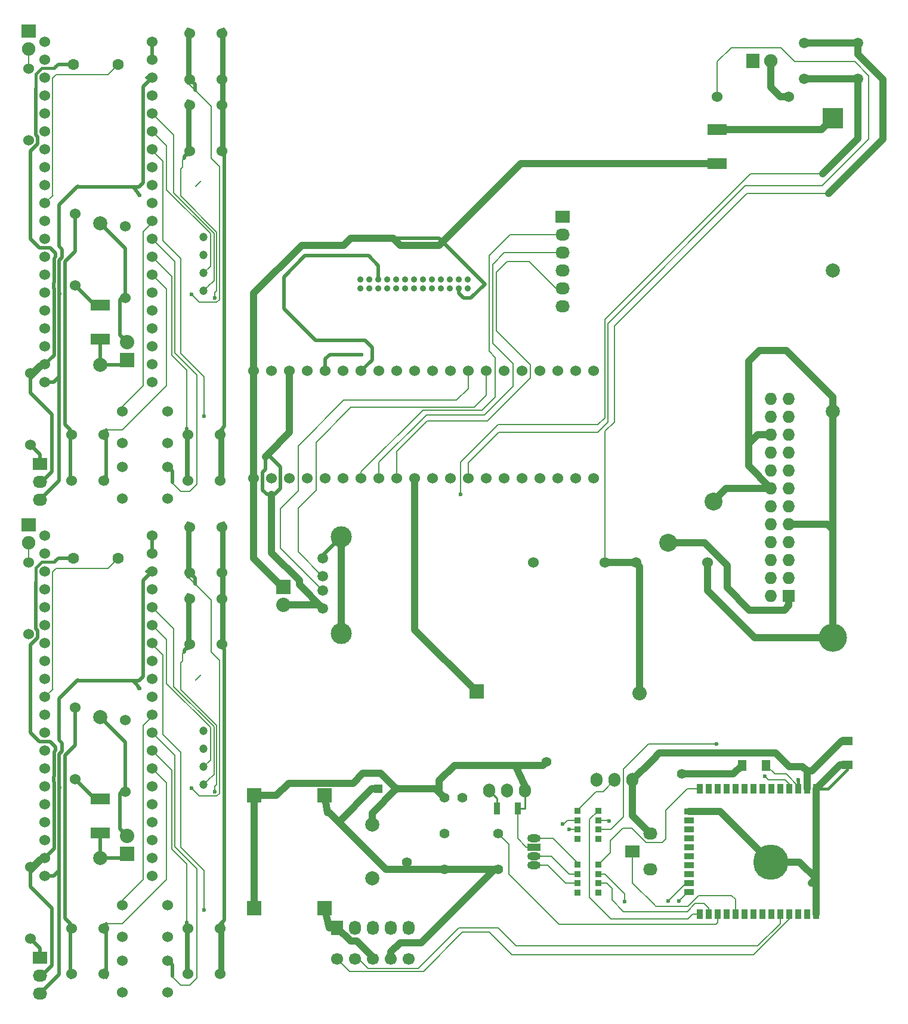
<source format=gbr>
G04 #@! TF.FileFunction,Copper,L1,Top,Signal*
%FSLAX46Y46*%
G04 Gerber Fmt 4.6, Leading zero omitted, Abs format (unit mm)*
G04 Created by KiCad (PCBNEW 4.0.2+dfsg1-stable) date 2017年07月20日 15時33分43秒*
%MOMM*%
G01*
G04 APERTURE LIST*
%ADD10C,0.100000*%
%ADD11C,1.524000*%
%ADD12R,2.700020X1.501140*%
%ADD13R,2.032000X1.727200*%
%ADD14O,2.032000X1.727200*%
%ADD15R,2.000000X1.900000*%
%ADD16C,1.900000*%
%ADD17C,1.200000*%
%ADD18C,1.600200*%
%ADD19C,2.000000*%
%ADD20R,2.032000X2.032000*%
%ADD21O,2.032000X2.032000*%
%ADD22R,3.000000X3.000000*%
%ADD23O,4.000000X4.000000*%
%ADD24R,1.900000X2.000000*%
%ADD25C,1.501140*%
%ADD26C,2.999740*%
%ADD27C,1.500000*%
%ADD28C,0.900000*%
%ADD29R,1.727200X1.727200*%
%ADD30O,1.727200X1.727200*%
%ADD31R,0.900000X0.900000*%
%ADD32R,1.200000X1.600000*%
%ADD33R,1.300000X1.300000*%
%ADD34C,1.300000*%
%ADD35R,1.600000X1.200000*%
%ADD36O,1.700000X2.000000*%
%ADD37R,1.727200X2.032000*%
%ADD38O,1.727200X2.032000*%
%ADD39C,1.700000*%
%ADD40R,0.900000X1.700000*%
%ADD41C,1.397000*%
%ADD42R,2.000000X2.000000*%
%ADD43R,0.900000X1.400000*%
%ADD44R,1.400000X0.900000*%
%ADD45C,5.000000*%
%ADD46O,1.905000X1.117600*%
%ADD47R,1.905000X1.117600*%
%ADD48C,0.600000*%
%ADD49C,1.399540*%
%ADD50C,2.540000*%
%ADD51C,0.203200*%
%ADD52C,0.508000*%
%ADD53C,0.381000*%
%ADD54C,1.016000*%
%ADD55C,0.254000*%
G04 APERTURE END LIST*
D10*
D11*
X64641600Y-38934800D03*
X64641600Y-41474800D03*
X64641600Y-44014800D03*
X64641600Y-46554800D03*
X64641600Y-49094800D03*
X64641600Y-51634800D03*
X64641600Y-54174800D03*
X64641600Y-56714800D03*
X64641600Y-59254800D03*
X64641600Y-61794800D03*
X64641600Y-64334800D03*
X64641600Y-66874800D03*
X64641600Y-69414800D03*
X64641600Y-71954800D03*
X64641600Y-74494800D03*
X64641600Y-77034800D03*
X64641600Y-79574800D03*
X64641600Y-82114800D03*
X64641600Y-84654800D03*
X64641600Y-87194800D03*
X79881600Y-87194800D03*
X79881600Y-84654800D03*
X79881600Y-82114800D03*
X79881600Y-79574800D03*
X79881600Y-77034800D03*
X79881600Y-74494800D03*
X79881600Y-71954800D03*
X79881600Y-69414800D03*
X79881600Y-66874800D03*
X79881600Y-64334800D03*
X79881600Y-61794800D03*
X79881600Y-59254800D03*
X79881600Y-56714800D03*
X79881600Y-54174800D03*
X79881600Y-51634800D03*
X79881600Y-49094800D03*
X79881600Y-46554800D03*
X79881600Y-44014800D03*
X79881600Y-41474800D03*
X79881600Y-38934800D03*
X75615600Y-95794800D03*
X82115600Y-95794800D03*
X82115600Y-91294800D03*
X75615600Y-91294800D03*
X75615600Y-103668800D03*
X82115600Y-103668800D03*
X82115600Y-99168800D03*
X75615600Y-99168800D03*
X89497600Y-101112800D03*
X89497600Y-94612800D03*
X84997600Y-94612800D03*
X84997600Y-101112800D03*
X68487600Y-94612800D03*
X68487600Y-101112800D03*
X72987600Y-101112800D03*
X72987600Y-94612800D03*
X89751600Y-44216800D03*
X89751600Y-37716800D03*
X85251600Y-37716800D03*
X85251600Y-44216800D03*
X89751600Y-54376800D03*
X89751600Y-47876800D03*
X85251600Y-47876800D03*
X85251600Y-54376800D03*
D12*
X72515600Y-81098800D03*
X72515600Y-76272800D03*
D13*
X63955600Y-98784800D03*
D14*
X63955600Y-101324800D03*
X63955600Y-103864800D03*
D15*
X62355600Y-37410800D03*
D16*
X62355600Y-39950800D03*
D17*
X87163600Y-66620800D03*
X87163600Y-69160800D03*
X87163600Y-71700800D03*
X87163600Y-74240800D03*
D18*
X68705600Y-42109800D03*
X75055600Y-42109800D03*
D11*
X76071600Y-65096800D03*
X76071600Y-75256800D03*
X68959600Y-73478800D03*
X68959600Y-63318800D03*
X62355600Y-52904800D03*
X62355600Y-42744800D03*
X62609600Y-96084800D03*
X62609600Y-85924800D03*
D19*
X72515600Y-64684800D03*
X72515600Y-84684800D03*
D20*
X76325600Y-84019800D03*
D21*
X76325600Y-81479800D03*
D22*
X176443600Y-49748800D03*
D23*
X176443600Y-123408800D03*
D19*
X176443600Y-91308800D03*
X176443600Y-71308800D03*
D24*
X165173600Y-41620800D03*
D16*
X167713600Y-41620800D03*
D12*
X160085600Y-51344500D03*
X160085600Y-56145100D03*
D25*
X104083480Y-112131940D03*
X104083480Y-114671940D03*
X104083480Y-116703940D03*
X104083480Y-119243940D03*
D26*
X106750480Y-109083940D03*
X106750480Y-122799940D03*
D13*
X138085600Y-63744800D03*
D14*
X138085600Y-66284800D03*
X138085600Y-68824800D03*
X138085600Y-71364800D03*
X138085600Y-73904800D03*
X138085600Y-76444800D03*
D11*
X160093600Y-46700800D03*
X170253600Y-46700800D03*
X134005600Y-112744800D03*
X144165600Y-112744800D03*
X148505600Y-112744800D03*
X158665600Y-112744800D03*
D27*
X179999600Y-39080800D03*
X179999600Y-44160800D03*
X172379600Y-39080800D03*
X172379600Y-44160800D03*
D20*
X125897600Y-131028800D03*
D21*
X149085600Y-131244800D03*
D28*
X109465600Y-73879800D03*
X109465600Y-72609800D03*
X110735600Y-73879800D03*
X110735600Y-72609800D03*
X112005600Y-73879800D03*
X112005600Y-72609800D03*
X113275600Y-73879800D03*
X113275600Y-72609800D03*
X114545600Y-73879800D03*
X114545600Y-72609800D03*
X115815600Y-73879800D03*
X115815600Y-72609800D03*
X117085600Y-73879800D03*
X117085600Y-72609800D03*
X118355600Y-73879800D03*
X118355600Y-72609800D03*
X119625600Y-73879800D03*
X119625600Y-72609800D03*
X120895600Y-73879800D03*
X120895600Y-72609800D03*
X122165600Y-73879800D03*
X122165600Y-72609800D03*
X123435600Y-73879800D03*
X123435600Y-72609800D03*
X124705600Y-73879800D03*
X124705600Y-72609800D03*
D11*
X142545600Y-85554800D03*
X140005600Y-85554800D03*
X137465600Y-85554800D03*
X134925600Y-85554800D03*
X132385600Y-85554800D03*
X129845600Y-85554800D03*
X127305600Y-85554800D03*
X124765600Y-85554800D03*
X122225600Y-85554800D03*
X119685600Y-85554800D03*
X117145600Y-85554800D03*
X114605600Y-85554800D03*
X112065600Y-85554800D03*
X109525600Y-85554800D03*
X106985600Y-85554800D03*
X104445600Y-85554800D03*
X101905600Y-85554800D03*
X99365600Y-85554800D03*
X96825600Y-85554800D03*
X94285600Y-85554800D03*
X94285600Y-100794800D03*
X96825600Y-100794800D03*
X99365600Y-100794800D03*
X101905600Y-100794800D03*
X104445600Y-100794800D03*
X106985600Y-100794800D03*
X109525600Y-100794800D03*
X112065600Y-100794800D03*
X114605600Y-100794800D03*
X117145600Y-100794800D03*
X119685600Y-100794800D03*
X122225600Y-100794800D03*
X124765600Y-100794800D03*
X127305600Y-100794800D03*
X129845600Y-100794800D03*
X132385600Y-100794800D03*
X134925600Y-100794800D03*
X137465600Y-100794800D03*
X140005600Y-100794800D03*
X142545600Y-100794800D03*
D20*
X98465600Y-116169800D03*
D21*
X98465600Y-118709800D03*
D29*
X170220600Y-117439800D03*
D30*
X167680600Y-117439800D03*
X170220600Y-114899800D03*
X167680600Y-114899800D03*
X170220600Y-112359800D03*
X167680600Y-112359800D03*
X170220600Y-109819800D03*
X167680600Y-109819800D03*
X170220600Y-107279800D03*
X167680600Y-107279800D03*
X170220600Y-104739800D03*
X167680600Y-104739800D03*
X170220600Y-102199800D03*
X167680600Y-102199800D03*
X170220600Y-99659800D03*
X167680600Y-99659800D03*
X170220600Y-97119800D03*
X167680600Y-97119800D03*
X170220600Y-94579800D03*
X167680600Y-94579800D03*
X170220600Y-92039800D03*
X167680600Y-92039800D03*
X170220600Y-89499800D03*
X167680600Y-89499800D03*
D31*
X143215600Y-159554800D03*
X143215600Y-155554800D03*
X143215600Y-158214800D03*
X143215600Y-156894800D03*
X140215600Y-158214800D03*
X140215600Y-159554800D03*
X140215600Y-155554800D03*
X140215600Y-156894800D03*
D32*
X167035600Y-141494800D03*
X163635600Y-141494800D03*
D33*
X111997600Y-144854800D03*
D34*
X114497600Y-144854800D03*
D35*
X178545600Y-138074800D03*
X178545600Y-141474800D03*
D36*
X148065600Y-143584800D03*
X145525600Y-143584800D03*
X142985600Y-143584800D03*
X132825600Y-145108800D03*
X130285600Y-145108800D03*
X127745600Y-145108800D03*
D37*
X106155600Y-164539800D03*
D38*
X108695600Y-164539800D03*
X111235600Y-164539800D03*
X113775600Y-164539800D03*
X116315600Y-164539800D03*
D39*
X116315600Y-168984800D03*
X111235600Y-168984800D03*
X113775600Y-168984800D03*
X108695600Y-168984800D03*
X106155600Y-168984800D03*
D13*
X148065600Y-153744800D03*
D14*
X150605600Y-151204800D03*
X150605600Y-156284800D03*
D40*
X131735600Y-147648800D03*
X128835600Y-147648800D03*
D41*
X121395600Y-146124800D03*
X123935600Y-146124800D03*
D31*
X143215600Y-151934800D03*
X143215600Y-147934800D03*
X143215600Y-150594800D03*
X143215600Y-149274800D03*
X140215600Y-150594800D03*
X140215600Y-151934800D03*
X140215600Y-147934800D03*
X140215600Y-149274800D03*
D19*
X111085600Y-157544640D03*
X111085600Y-149944960D03*
D41*
X129015600Y-151204800D03*
X129015600Y-156284800D03*
X121395600Y-151204800D03*
X121395600Y-156284800D03*
D42*
X104335600Y-145744800D03*
X94335600Y-145744800D03*
X94335600Y-161744800D03*
X104335600Y-161744800D03*
D43*
X174085600Y-144854800D03*
X172815600Y-144854800D03*
X171545600Y-144854800D03*
X170275600Y-144854800D03*
X169005600Y-144854800D03*
X167735600Y-144854800D03*
X166465600Y-144854800D03*
X165195600Y-144854800D03*
X163925600Y-144854800D03*
X162655600Y-144854800D03*
X161385600Y-144854800D03*
X160115600Y-144854800D03*
X158845600Y-144854800D03*
X157575600Y-144854800D03*
D44*
X156051600Y-148029800D03*
X156051600Y-149299800D03*
X156051600Y-150569800D03*
X156051600Y-151839800D03*
X156051600Y-153109800D03*
X156051600Y-154379800D03*
X156051600Y-155649800D03*
X156051600Y-156919800D03*
X156051600Y-158189800D03*
X156051600Y-159459800D03*
D43*
X157575600Y-162634800D03*
X158845600Y-162634800D03*
X160115600Y-162634800D03*
X161385600Y-162634800D03*
X162655600Y-162634800D03*
X163925600Y-162634800D03*
X165195600Y-162634800D03*
X166465600Y-162634800D03*
X167735600Y-162634800D03*
X169005600Y-162634800D03*
X170275600Y-162634800D03*
X171545600Y-162634800D03*
X172815600Y-162634800D03*
X174085600Y-162634800D03*
D45*
X167685600Y-155214800D03*
D46*
X134095600Y-151839800D03*
D47*
X134095600Y-153109800D03*
D46*
X134095600Y-154379800D03*
X134095600Y-155649800D03*
D20*
X76325600Y-154019800D03*
D21*
X76325600Y-151479800D03*
D19*
X72515600Y-134684800D03*
X72515600Y-154684800D03*
D11*
X62609600Y-166084800D03*
X62609600Y-155924800D03*
X62355600Y-122904800D03*
X62355600Y-112744800D03*
X68959600Y-143478800D03*
X68959600Y-133318800D03*
X76071600Y-135096800D03*
X76071600Y-145256800D03*
D18*
X68705600Y-112109800D03*
X75055600Y-112109800D03*
D17*
X87163600Y-136620800D03*
X87163600Y-139160800D03*
X87163600Y-141700800D03*
X87163600Y-144240800D03*
D15*
X62355600Y-107410800D03*
D16*
X62355600Y-109950800D03*
D13*
X63955600Y-168784800D03*
D14*
X63955600Y-171324800D03*
X63955600Y-173864800D03*
D12*
X72515600Y-151098800D03*
X72515600Y-146272800D03*
D11*
X89751600Y-124376800D03*
X89751600Y-117876800D03*
X85251600Y-117876800D03*
X85251600Y-124376800D03*
X89751600Y-114216800D03*
X89751600Y-107716800D03*
X85251600Y-107716800D03*
X85251600Y-114216800D03*
X68487600Y-164612800D03*
X68487600Y-171112800D03*
X72987600Y-171112800D03*
X72987600Y-164612800D03*
X89497600Y-171112800D03*
X89497600Y-164612800D03*
X84997600Y-164612800D03*
X84997600Y-171112800D03*
X75615600Y-173668800D03*
X82115600Y-173668800D03*
X82115600Y-169168800D03*
X75615600Y-169168800D03*
X75615600Y-165794800D03*
X82115600Y-165794800D03*
X82115600Y-161294800D03*
X75615600Y-161294800D03*
X64641600Y-108934800D03*
X64641600Y-111474800D03*
X64641600Y-114014800D03*
X64641600Y-116554800D03*
X64641600Y-119094800D03*
X64641600Y-121634800D03*
X64641600Y-124174800D03*
X64641600Y-126714800D03*
X64641600Y-129254800D03*
X64641600Y-131794800D03*
X64641600Y-134334800D03*
X64641600Y-136874800D03*
X64641600Y-139414800D03*
X64641600Y-141954800D03*
X64641600Y-144494800D03*
X64641600Y-147034800D03*
X64641600Y-149574800D03*
X64641600Y-152114800D03*
X64641600Y-154654800D03*
X64641600Y-157194800D03*
X79881600Y-157194800D03*
X79881600Y-154654800D03*
X79881600Y-152114800D03*
X79881600Y-149574800D03*
X79881600Y-147034800D03*
X79881600Y-144494800D03*
X79881600Y-141954800D03*
X79881600Y-139414800D03*
X79881600Y-136874800D03*
X79881600Y-134334800D03*
X79881600Y-131794800D03*
X79881600Y-129254800D03*
X79881600Y-126714800D03*
X79881600Y-124174800D03*
X79881600Y-121634800D03*
X79881600Y-119094800D03*
X79881600Y-116554800D03*
X79881600Y-114014800D03*
X79881600Y-111474800D03*
X79881600Y-108934800D03*
D48*
X62609600Y-60524800D03*
X144763600Y-149426800D03*
D49*
X155085600Y-142744800D03*
X135873600Y-141044800D03*
D50*
X159552600Y-104104800D03*
D48*
X62609600Y-130524800D03*
X78085600Y-60644800D03*
X66673600Y-73478800D03*
X139048600Y-150569800D03*
D49*
X116061600Y-155268800D03*
D50*
X153075600Y-109946800D03*
D48*
X66673600Y-143478800D03*
X78085600Y-130644800D03*
X88771600Y-75256800D03*
X123611600Y-103088800D03*
X88771600Y-145256800D03*
X109585600Y-83244800D03*
X160003600Y-138504800D03*
X171560600Y-143584800D03*
X166861600Y-143076800D03*
X154669600Y-160729800D03*
X146922600Y-160856800D03*
X153145600Y-160729800D03*
X138159600Y-149807800D03*
X87247600Y-92020800D03*
X87247600Y-162020800D03*
X85469600Y-74748800D03*
X85469600Y-144748800D03*
D51*
X86815600Y-58652800D02*
X86053600Y-59414800D01*
X86815600Y-128652800D02*
X86053600Y-129414800D01*
D52*
X62609600Y-54428800D02*
X62609600Y-60524800D01*
X63625600Y-53412800D02*
X62609600Y-54428800D01*
X65965590Y-73886712D02*
X65965590Y-83330810D01*
X62609600Y-86686800D02*
X64641600Y-84654800D01*
X62609600Y-88718800D02*
X62609600Y-86686800D01*
X65657600Y-91766800D02*
X62609600Y-88718800D01*
X65657600Y-99894800D02*
X65657600Y-91766800D01*
X64227600Y-101324800D02*
X65657600Y-99894800D01*
X63955600Y-101324800D02*
X64227600Y-101324800D01*
X63879600Y-84654800D02*
X62609600Y-85924800D01*
X64641600Y-84654800D02*
X63879600Y-84654800D01*
X76071600Y-68240800D02*
X72515600Y-64684800D01*
X76071600Y-75256800D02*
X76071600Y-68240800D01*
X75309600Y-75510800D02*
X75309600Y-80463800D01*
X75309600Y-80463800D02*
X76325600Y-81479800D01*
X75563600Y-75256800D02*
X75309600Y-75510800D01*
X76071600Y-75256800D02*
X75563600Y-75256800D01*
X63625600Y-52396800D02*
X63625600Y-53412800D01*
X63371600Y-52142800D02*
X63625600Y-52396800D01*
X63371600Y-45538800D02*
X63371600Y-52142800D01*
X66546600Y-42109800D02*
X66165600Y-42490800D01*
X68705600Y-42109800D02*
X66546600Y-42109800D01*
X65919599Y-73840721D02*
X65965590Y-73886712D01*
X65919599Y-73116879D02*
X65919599Y-73840721D01*
X65965590Y-73070888D02*
X65919599Y-73116879D01*
X65965590Y-69614811D02*
X65965590Y-73070888D01*
X66165600Y-69414801D02*
X65965590Y-69614811D01*
X65965590Y-83330810D02*
X64641600Y-84654800D01*
X66165600Y-68906800D02*
X66165600Y-69414801D01*
X65403600Y-68144800D02*
X66165600Y-68906800D01*
X63879600Y-68144800D02*
X65403600Y-68144800D01*
X62609600Y-66874800D02*
X63879600Y-68144800D01*
X62609600Y-60524800D02*
X62609600Y-66874800D01*
X79721600Y-41634800D02*
X79881600Y-41474800D01*
X79881600Y-41474800D02*
X79881600Y-38934800D01*
D53*
X63371600Y-43458800D02*
X64185600Y-42644800D01*
X64185600Y-42644800D02*
X66011600Y-42644800D01*
X66011600Y-42644800D02*
X66165600Y-42490800D01*
X63371600Y-45538800D02*
X63371600Y-43458800D01*
D54*
X167680600Y-102199800D02*
X161330600Y-102199800D01*
X161330600Y-102199800D02*
X159552600Y-103977800D01*
X176443600Y-91308800D02*
X176443600Y-89245800D01*
X167680600Y-94579800D02*
X165775600Y-94579800D01*
X165775600Y-94579800D02*
X164505600Y-95849800D01*
X164505600Y-95849800D02*
X164505600Y-96484800D01*
X164505600Y-99024800D02*
X167680600Y-102199800D01*
X164505600Y-96484800D02*
X164505600Y-99024800D01*
X170220600Y-107279800D02*
X175681600Y-107279800D01*
X175681600Y-107279800D02*
X176443600Y-108041800D01*
X176443600Y-123408800D02*
X165394600Y-123408800D01*
X158665600Y-116679800D02*
X158665600Y-112744800D01*
X165394600Y-123408800D02*
X158665600Y-116679800D01*
X106750480Y-122799940D02*
X106750480Y-109083940D01*
D52*
X104083480Y-112131940D02*
X104083480Y-111750940D01*
X104083480Y-111750940D02*
X106750480Y-109083940D01*
D54*
X176443600Y-123408800D02*
X176443600Y-108041800D01*
X176443600Y-108041800D02*
X176443600Y-91308800D01*
D51*
X143215600Y-149274800D02*
X144611600Y-149274800D01*
X144611600Y-149274800D02*
X144763600Y-149426800D01*
D54*
X156051600Y-148029800D02*
X160500600Y-148029800D01*
X160500600Y-148029800D02*
X167685600Y-155214800D01*
X162335600Y-142744800D02*
X155085600Y-142744800D01*
X163585600Y-141494800D02*
X162335600Y-142744800D01*
D51*
X134095600Y-153109800D02*
X132952600Y-153109800D01*
X131735600Y-151892800D02*
X131735600Y-147648800D01*
X132952600Y-153109800D02*
X131735600Y-151892800D01*
D54*
X163635600Y-141494800D02*
X163585600Y-141494800D01*
D55*
X131735600Y-147648800D02*
X132825600Y-147648800D01*
X131735600Y-147648800D02*
X131735600Y-147066800D01*
D54*
X135365600Y-141552800D02*
X131428600Y-141552800D01*
X135873600Y-141044800D02*
X135365600Y-141552800D01*
D55*
X132825600Y-147648800D02*
X132825600Y-145108800D01*
D54*
X132825600Y-145108800D02*
X132825600Y-144473800D01*
X132825600Y-144473800D02*
X131428600Y-141552800D01*
X131428600Y-141552800D02*
X131365100Y-141489300D01*
X131365100Y-141489300D02*
X122792600Y-141489300D01*
X122792600Y-141489300D02*
X120633600Y-143648300D01*
X120633600Y-143648300D02*
X120633600Y-145362800D01*
X114497600Y-144854800D02*
X120125600Y-144854800D01*
X120125600Y-144854800D02*
X120633600Y-145362800D01*
X120633600Y-145362800D02*
X121395600Y-146124800D01*
X111085600Y-149944960D02*
X111085600Y-148266800D01*
X111085600Y-148266800D02*
X114497600Y-144854800D01*
X94335600Y-145744800D02*
X97518600Y-145744800D01*
X112275100Y-142632300D02*
X114497600Y-144854800D01*
X109775100Y-142632300D02*
X112275100Y-142632300D01*
X108378100Y-144029300D02*
X109775100Y-142632300D01*
X99234100Y-144029300D02*
X108378100Y-144029300D01*
X97518600Y-145744800D02*
X99234100Y-144029300D01*
X94335600Y-145744800D02*
X94335600Y-161744800D01*
X178545600Y-141474800D02*
X177465600Y-141474800D01*
X177465600Y-141474800D02*
X174085600Y-144854800D01*
X174085600Y-144854800D02*
X174085600Y-157569800D01*
X174085600Y-157569800D02*
X173465600Y-158189800D01*
X174085600Y-162634800D02*
X174085600Y-157539800D01*
X171760600Y-155214800D02*
X167685600Y-155214800D01*
X174085600Y-157539800D02*
X171760600Y-155214800D01*
D53*
X174085600Y-144854800D02*
X175800600Y-144854800D01*
X175800600Y-144854800D02*
X178545600Y-142109800D01*
D54*
X164505600Y-84165800D02*
X164505600Y-96484800D01*
X166029600Y-82641800D02*
X164505600Y-84165800D01*
X169839600Y-82641800D02*
X166029600Y-82641800D01*
X176443600Y-89245800D02*
X169839600Y-82641800D01*
X159552600Y-103977800D02*
X159552600Y-104104800D01*
D53*
X63371600Y-115538800D02*
X63371600Y-113458800D01*
X66011600Y-112644800D02*
X66165600Y-112490800D01*
X64185600Y-112644800D02*
X66011600Y-112644800D01*
X63371600Y-113458800D02*
X64185600Y-112644800D01*
D52*
X79881600Y-111474800D02*
X79881600Y-108934800D01*
X79721600Y-111634800D02*
X79881600Y-111474800D01*
X62609600Y-130524800D02*
X62609600Y-136874800D01*
X62609600Y-136874800D02*
X63879600Y-138144800D01*
X63879600Y-138144800D02*
X65403600Y-138144800D01*
X65403600Y-138144800D02*
X66165600Y-138906800D01*
X66165600Y-138906800D02*
X66165600Y-139414801D01*
X65965590Y-153330810D02*
X64641600Y-154654800D01*
X66165600Y-139414801D02*
X65965590Y-139614811D01*
X65965590Y-139614811D02*
X65965590Y-143070888D01*
X65965590Y-143070888D02*
X65919599Y-143116879D01*
X65919599Y-143116879D02*
X65919599Y-143840721D01*
X65919599Y-143840721D02*
X65965590Y-143886712D01*
X68705600Y-112109800D02*
X66546600Y-112109800D01*
X66546600Y-112109800D02*
X66165600Y-112490800D01*
X63371600Y-115538800D02*
X63371600Y-122142800D01*
X63371600Y-122142800D02*
X63625600Y-122396800D01*
X63625600Y-122396800D02*
X63625600Y-123412800D01*
X76071600Y-145256800D02*
X75563600Y-145256800D01*
X75563600Y-145256800D02*
X75309600Y-145510800D01*
X75309600Y-150463800D02*
X76325600Y-151479800D01*
X75309600Y-145510800D02*
X75309600Y-150463800D01*
X76071600Y-145256800D02*
X76071600Y-138240800D01*
X76071600Y-138240800D02*
X72515600Y-134684800D01*
X64641600Y-154654800D02*
X63879600Y-154654800D01*
X63879600Y-154654800D02*
X62609600Y-155924800D01*
X63955600Y-171324800D02*
X64227600Y-171324800D01*
X64227600Y-171324800D02*
X65657600Y-169894800D01*
X65657600Y-169894800D02*
X65657600Y-161766800D01*
X65657600Y-161766800D02*
X62609600Y-158718800D01*
X62609600Y-158718800D02*
X62609600Y-156686800D01*
X62609600Y-156686800D02*
X64641600Y-154654800D01*
X65965590Y-143886712D02*
X65965590Y-153330810D01*
X63625600Y-123412800D02*
X62609600Y-124428800D01*
X62609600Y-124428800D02*
X62609600Y-130524800D01*
D51*
X81913600Y-53666800D02*
X80643599Y-52396799D01*
X81913600Y-59887252D02*
X81913600Y-53666800D01*
X80643599Y-52396799D02*
X79881600Y-51634800D01*
X88136600Y-66110252D02*
X81913600Y-59887252D01*
X87163600Y-71700800D02*
X88136600Y-70727800D01*
X88136600Y-70727800D02*
X88136600Y-66110252D01*
X88136600Y-140727800D02*
X88136600Y-136110252D01*
X87163600Y-141700800D02*
X88136600Y-140727800D01*
X88136600Y-136110252D02*
X81913600Y-129887252D01*
X80643599Y-122396799D02*
X79881600Y-121634800D01*
X81913600Y-129887252D02*
X81913600Y-123666800D01*
X81913600Y-123666800D02*
X80643599Y-122396799D01*
D52*
X77149600Y-59508800D02*
X76833600Y-59508800D01*
X78021600Y-59508800D02*
X77149600Y-59508800D01*
X78611600Y-58918800D02*
X78021600Y-59508800D01*
X78611600Y-54174800D02*
X78611600Y-57730800D01*
X78611600Y-57730800D02*
X78611600Y-58918800D01*
X78085600Y-60644800D02*
X77958600Y-60517800D01*
X77595600Y-59954800D02*
X77149600Y-59508800D01*
X78085600Y-60644800D02*
X77595600Y-59954800D01*
X69213600Y-59508800D02*
X69340600Y-59381800D01*
X79881600Y-44014800D02*
X79119600Y-44014800D01*
X66673600Y-62048800D02*
X69213600Y-59508800D01*
X67127610Y-68359532D02*
X66673600Y-67905522D01*
X66673600Y-67905522D02*
X66673600Y-62048800D01*
X71639300Y-76158500D02*
X68959600Y-73478800D01*
X72515600Y-76158500D02*
X71639300Y-76158500D01*
X66673600Y-86432800D02*
X66673600Y-74748800D01*
X66673600Y-101164800D02*
X66673600Y-86432800D01*
X63973600Y-103864800D02*
X66673600Y-101164800D01*
X63955600Y-103864800D02*
X63973600Y-103864800D01*
X65911600Y-87194800D02*
X66673600Y-86432800D01*
X64641600Y-87194800D02*
X65911600Y-87194800D01*
X66673600Y-73478800D02*
X66673600Y-74494800D01*
X66673600Y-74494800D02*
X66727598Y-74548798D01*
X66727598Y-74548798D02*
X66727598Y-74748800D01*
X66727598Y-74748800D02*
X66673600Y-74748800D01*
X67127610Y-69454068D02*
X67127610Y-68359532D01*
X66673600Y-69908078D02*
X67127610Y-69454068D01*
X66673600Y-74748800D02*
X66673600Y-69908078D01*
X76833600Y-59508800D02*
X69213600Y-59508800D01*
X78611600Y-45284800D02*
X78611600Y-54174800D01*
X79881600Y-44014800D02*
X78611600Y-45284800D01*
D54*
X170220600Y-117439800D02*
X170220600Y-118836800D01*
X170220600Y-118836800D02*
X169585600Y-119471800D01*
X169585600Y-119471800D02*
X164632600Y-119471800D01*
X164632600Y-119471800D02*
X161457600Y-116296800D01*
X161457600Y-116296800D02*
X161457600Y-113121800D01*
X94285600Y-100794800D02*
X94285600Y-85554800D01*
X98465600Y-116169800D02*
X98338600Y-116169800D01*
X98338600Y-116169800D02*
X94285600Y-112116800D01*
X94285600Y-112116800D02*
X94285600Y-100794800D01*
X120585600Y-67744800D02*
X115085600Y-67744800D01*
X115085600Y-67744800D02*
X114085600Y-66744800D01*
X160085600Y-56145100D02*
X132185300Y-56145100D01*
X132185300Y-56145100D02*
X120585600Y-67744800D01*
D52*
X123435600Y-73879800D02*
X123435600Y-74594800D01*
X123435600Y-74594800D02*
X124085600Y-75244800D01*
X124085600Y-75244800D02*
X125085600Y-75244800D01*
X125085600Y-75244800D02*
X127085600Y-73244800D01*
X127085600Y-73244800D02*
X120585600Y-66744800D01*
X120585600Y-66744800D02*
X114085600Y-66744800D01*
D54*
X114085600Y-66744800D02*
X108085600Y-66744800D01*
X94285600Y-74544800D02*
X94285600Y-80244800D01*
X94285600Y-80244800D02*
X94285600Y-85554800D01*
X101085600Y-67744800D02*
X94285600Y-74544800D01*
X107085600Y-67744800D02*
X101085600Y-67744800D01*
X108085600Y-66744800D02*
X107085600Y-67744800D01*
D52*
X94285600Y-85554800D02*
X94285600Y-92044800D01*
X94285600Y-92044800D02*
X94285600Y-100794800D01*
D51*
X139073600Y-150594800D02*
X140215600Y-150594800D01*
X139048600Y-150569800D02*
X139073600Y-150594800D01*
D54*
X172815600Y-142299800D02*
X173530600Y-142299800D01*
X173530600Y-142299800D02*
X177755600Y-138074800D01*
X177755600Y-138074800D02*
X178545600Y-138074800D01*
X116061600Y-155268800D02*
X116061600Y-156284800D01*
X111997600Y-144854800D02*
X111045100Y-144854800D01*
X111045100Y-144854800D02*
X106346100Y-149553800D01*
X121395600Y-156284800D02*
X116061600Y-156284800D01*
X116061600Y-156284800D02*
X113077100Y-156284800D01*
X113077100Y-156284800D02*
X106346100Y-149553800D01*
X104741100Y-148220300D02*
X104335600Y-145744800D01*
X105012600Y-148220300D02*
X104741100Y-148220300D01*
X106346100Y-149553800D02*
X105012600Y-148220300D01*
X121395600Y-156284800D02*
X129015600Y-156284800D01*
X113775600Y-168984800D02*
X113775600Y-167968800D01*
X118093600Y-166635300D02*
X128444100Y-156284800D01*
X115109100Y-166635300D02*
X118093600Y-166635300D01*
X113775600Y-167968800D02*
X115109100Y-166635300D01*
X128444100Y-156284800D02*
X129015600Y-156284800D01*
X148065600Y-143584800D02*
X148065600Y-148664800D01*
X148065600Y-148664800D02*
X150605600Y-151204800D01*
X172815600Y-144854800D02*
X172815600Y-142299800D01*
X151875600Y-139774800D02*
X150923100Y-140727300D01*
X150923100Y-140727300D02*
X148065600Y-143584800D01*
X168385600Y-139774800D02*
X151875600Y-139774800D01*
X170290600Y-141679800D02*
X168385600Y-139774800D01*
X172195600Y-141679800D02*
X170290600Y-141679800D01*
X172815600Y-142299800D02*
X172195600Y-141679800D01*
D53*
X178545600Y-138074800D02*
X178340600Y-138074800D01*
X172815600Y-144234800D02*
X172815600Y-144854800D01*
D54*
X161457600Y-113121800D02*
X158282600Y-109946800D01*
X158282600Y-109946800D02*
X153075600Y-109946800D01*
X153075600Y-109946800D02*
X152948600Y-109819800D01*
D52*
X79881600Y-114014800D02*
X78611600Y-115284800D01*
X78611600Y-115284800D02*
X78611600Y-124174800D01*
X76833600Y-129508800D02*
X69213600Y-129508800D01*
X66673600Y-144748800D02*
X66673600Y-139908078D01*
X66673600Y-139908078D02*
X67127610Y-139454068D01*
X67127610Y-139454068D02*
X67127610Y-138359532D01*
X66727598Y-144748800D02*
X66673600Y-144748800D01*
X66727598Y-144548798D02*
X66727598Y-144748800D01*
X66673600Y-144494800D02*
X66727598Y-144548798D01*
X66673600Y-143478800D02*
X66673600Y-144494800D01*
X64641600Y-157194800D02*
X65911600Y-157194800D01*
X65911600Y-157194800D02*
X66673600Y-156432800D01*
X63955600Y-173864800D02*
X63973600Y-173864800D01*
X63973600Y-173864800D02*
X66673600Y-171164800D01*
X66673600Y-171164800D02*
X66673600Y-156432800D01*
X66673600Y-156432800D02*
X66673600Y-144748800D01*
X72515600Y-146158500D02*
X71639300Y-146158500D01*
X71639300Y-146158500D02*
X68959600Y-143478800D01*
X66673600Y-137905522D02*
X66673600Y-132048800D01*
X67127610Y-138359532D02*
X66673600Y-137905522D01*
X66673600Y-132048800D02*
X69213600Y-129508800D01*
X79881600Y-114014800D02*
X79119600Y-114014800D01*
X69213600Y-129508800D02*
X69340600Y-129381800D01*
X78085600Y-130644800D02*
X77595600Y-129954800D01*
X77595600Y-129954800D02*
X77149600Y-129508800D01*
X78085600Y-130644800D02*
X77958600Y-130517800D01*
X78611600Y-127730800D02*
X78611600Y-128918800D01*
X78611600Y-124174800D02*
X78611600Y-127730800D01*
X78611600Y-128918800D02*
X78021600Y-129508800D01*
X78021600Y-129508800D02*
X77149600Y-129508800D01*
X77149600Y-129508800D02*
X76833600Y-129508800D01*
X72515600Y-80959100D02*
X72515600Y-84684800D01*
X75660600Y-84684800D02*
X76325600Y-84019800D01*
X72515600Y-84684800D02*
X75660600Y-84684800D01*
D54*
X160085600Y-51344500D02*
X174847900Y-51344500D01*
X174847900Y-51344500D02*
X176443600Y-49748800D01*
D52*
X72515600Y-154684800D02*
X75660600Y-154684800D01*
X75660600Y-154684800D02*
X76325600Y-154019800D01*
X72515600Y-150959100D02*
X72515600Y-154684800D01*
D51*
X62355600Y-39950800D02*
X62355600Y-42744800D01*
D54*
X170253600Y-46700800D02*
X169041600Y-46700800D01*
X167713600Y-45372800D02*
X167713600Y-41620800D01*
X169041600Y-46700800D02*
X167713600Y-45372800D01*
D51*
X62355600Y-109950800D02*
X62355600Y-112744800D01*
X174988100Y-59342300D02*
X164056100Y-59342300D01*
X144566600Y-92801800D02*
X143123600Y-94244800D01*
X144566600Y-78831800D02*
X144566600Y-92801800D01*
X164056100Y-59342300D02*
X144566600Y-78831800D01*
X124765600Y-100794800D02*
X124765600Y-98564800D01*
X124765600Y-98564800D02*
X129085600Y-94244800D01*
X129085600Y-94244800D02*
X143123600Y-94244800D01*
X160085600Y-41744800D02*
X160085600Y-46692800D01*
X162085600Y-39744800D02*
X160085600Y-41744800D01*
X169085600Y-39744800D02*
X162085600Y-39744800D01*
X171085600Y-41744800D02*
X169085600Y-39744800D01*
X179585600Y-41744800D02*
X171085600Y-41744800D01*
X181585600Y-43744800D02*
X179585600Y-41744800D01*
X181585600Y-52744800D02*
X181585600Y-43744800D01*
X174988100Y-59342300D02*
X181585600Y-52744800D01*
X160085600Y-46692800D02*
X160093600Y-46700800D01*
D52*
X68273600Y-101578800D02*
X68273600Y-93958800D01*
X67523601Y-70059355D02*
X68959600Y-68623356D01*
X68959600Y-68623356D02*
X68959600Y-64396430D01*
X68273600Y-93958800D02*
X67523601Y-93208801D01*
X67523601Y-93208801D02*
X67523601Y-70059355D01*
X68959600Y-64396430D02*
X68959600Y-63318800D01*
X89863600Y-101324800D02*
X89863600Y-93704800D01*
X90041600Y-54936800D02*
X90041600Y-47316800D01*
X90041600Y-44776800D02*
X90041600Y-37156800D01*
X90041600Y-47316800D02*
X90041600Y-44776800D01*
X90133630Y-55028830D02*
X90041600Y-54936800D01*
X90105599Y-93462801D02*
X90105599Y-55000799D01*
X90105599Y-55000799D02*
X90133630Y-55028830D01*
X89863600Y-93704800D02*
X90105599Y-93462801D01*
X89497600Y-101112800D02*
X89497600Y-94612800D01*
X89497600Y-94070800D02*
X90105599Y-93462801D01*
X89497600Y-94612800D02*
X89497600Y-94070800D01*
X89751600Y-54376800D02*
X89751600Y-47876800D01*
X89751600Y-47876800D02*
X89751600Y-44216800D01*
X89751600Y-44216800D02*
X89751600Y-37716800D01*
D51*
X144165600Y-112744800D02*
X144165600Y-94091800D01*
X164251600Y-60416800D02*
X175913600Y-60416800D01*
X145455600Y-79212800D02*
X164251600Y-60416800D01*
X145455600Y-92801800D02*
X145455600Y-79212800D01*
X144165600Y-94091800D02*
X145455600Y-92801800D01*
D54*
X179999600Y-39080800D02*
X179999600Y-40658800D01*
X179999600Y-40658800D02*
X183585600Y-44244800D01*
X183585600Y-44244800D02*
X183585600Y-52744800D01*
X183585600Y-52744800D02*
X175913600Y-60416800D01*
X179999600Y-39080800D02*
X172379600Y-39080800D01*
X144165600Y-112744800D02*
X148505600Y-112744800D01*
X148505600Y-112744800D02*
X149085600Y-113324800D01*
X149085600Y-113324800D02*
X149085600Y-131244800D01*
D52*
X89751600Y-114216800D02*
X89751600Y-107716800D01*
X89751600Y-117876800D02*
X89751600Y-114216800D01*
X89751600Y-124376800D02*
X89751600Y-117876800D01*
X89497600Y-164612800D02*
X89497600Y-164070800D01*
X89497600Y-164070800D02*
X90105599Y-163462801D01*
X89497600Y-171112800D02*
X89497600Y-164612800D01*
X89863600Y-163704800D02*
X90105599Y-163462801D01*
X90105599Y-125000799D02*
X90133630Y-125028830D01*
X90105599Y-163462801D02*
X90105599Y-125000799D01*
X90133630Y-125028830D02*
X90041600Y-124936800D01*
X90041600Y-117316800D02*
X90041600Y-114776800D01*
X90041600Y-114776800D02*
X90041600Y-107156800D01*
X90041600Y-124936800D02*
X90041600Y-117316800D01*
X89863600Y-171324800D02*
X89863600Y-163704800D01*
X68959600Y-134396430D02*
X68959600Y-133318800D01*
X67523601Y-163208801D02*
X67523601Y-140059355D01*
X68273600Y-163958800D02*
X67523601Y-163208801D01*
X68959600Y-138623356D02*
X68959600Y-134396430D01*
X67523601Y-140059355D02*
X68959600Y-138623356D01*
X68273600Y-171578800D02*
X68273600Y-163958800D01*
D51*
X65708400Y-46885000D02*
X65708400Y-60601000D01*
X65784600Y-60651800D02*
X64641600Y-61794800D01*
X65708400Y-44091000D02*
X66241800Y-43557600D01*
X66241800Y-43557600D02*
X73607800Y-43557600D01*
X73607800Y-43557600D02*
X75055600Y-42109800D01*
X65708400Y-46885000D02*
X65708400Y-44091000D01*
X65708400Y-116885000D02*
X65708400Y-114091000D01*
X73607800Y-113557600D02*
X75055600Y-112109800D01*
X66241800Y-113557600D02*
X73607800Y-113557600D01*
X65708400Y-114091000D02*
X66241800Y-113557600D01*
X65784600Y-130651800D02*
X64641600Y-131794800D01*
X65708400Y-116885000D02*
X65708400Y-130601000D01*
X84453600Y-55444800D02*
X84211601Y-55686799D01*
D52*
X84453600Y-55444800D02*
X84453600Y-55174800D01*
D51*
X84211601Y-55686799D02*
X84211601Y-56702799D01*
X84211601Y-56702799D02*
X83945600Y-56968800D01*
D52*
X84961600Y-54936800D02*
X84961600Y-47316800D01*
D51*
X84961600Y-54936800D02*
X84453600Y-55444800D01*
D52*
X85251600Y-54376800D02*
X85251600Y-47876800D01*
X84453600Y-55174800D02*
X85251600Y-54376800D01*
D51*
X83945600Y-56968800D02*
X83945600Y-60778800D01*
X83945600Y-60778800D02*
X89047810Y-65881010D01*
X89047810Y-65881010D02*
X89047810Y-74218590D01*
X89047810Y-74218590D02*
X88771600Y-74494800D01*
X88771600Y-74494800D02*
X88771600Y-75256800D01*
X144111100Y-92219300D02*
X144111100Y-78271300D01*
X164759600Y-57622800D02*
X175035600Y-57622800D01*
X144111100Y-78271300D02*
X164759600Y-57622800D01*
X143147600Y-93182800D02*
X144111100Y-92219300D01*
X128945600Y-93182800D02*
X143147600Y-93182800D01*
X123611600Y-98516800D02*
X128945600Y-93182800D01*
X123611600Y-103088800D02*
X123611600Y-98516800D01*
D54*
X179999600Y-44160800D02*
X179999600Y-52658800D01*
X179999600Y-52658800D02*
X175035600Y-57622800D01*
X172379600Y-44160800D02*
X179999600Y-44160800D01*
D51*
X88771600Y-144494800D02*
X88771600Y-145256800D01*
X89047810Y-144218590D02*
X88771600Y-144494800D01*
X89047810Y-135881010D02*
X89047810Y-144218590D01*
X83945600Y-130778800D02*
X89047810Y-135881010D01*
X83945600Y-126968800D02*
X83945600Y-130778800D01*
D52*
X84453600Y-125174800D02*
X85251600Y-124376800D01*
X85251600Y-124376800D02*
X85251600Y-117876800D01*
D51*
X84961600Y-124936800D02*
X84453600Y-125444800D01*
D52*
X84961600Y-124936800D02*
X84961600Y-117316800D01*
D51*
X84211601Y-126702799D02*
X83945600Y-126968800D01*
X84211601Y-125686799D02*
X84211601Y-126702799D01*
D52*
X84453600Y-125444800D02*
X84453600Y-125174800D01*
D51*
X84453600Y-125444800D02*
X84211601Y-125686799D01*
X87763599Y-73640801D02*
X87163600Y-74240800D01*
X79881600Y-49094800D02*
X82929600Y-52142800D01*
X82929600Y-52142800D02*
X82929600Y-60333026D01*
X82929600Y-60333026D02*
X88644600Y-66048026D01*
X88644600Y-66048026D02*
X88644600Y-72759800D01*
X88644600Y-72759800D02*
X87763599Y-73640801D01*
X88644600Y-142759800D02*
X87763599Y-143640801D01*
X88644600Y-136048026D02*
X88644600Y-142759800D01*
X82929600Y-130333026D02*
X88644600Y-136048026D01*
X82929600Y-122142800D02*
X82929600Y-130333026D01*
X79881600Y-119094800D02*
X82929600Y-122142800D01*
X87763599Y-143640801D02*
X87163600Y-144240800D01*
X103136100Y-95694300D02*
X103136100Y-102482300D01*
X103136100Y-102482300D02*
X100585600Y-105032800D01*
X104083480Y-114671940D02*
X104012740Y-114671940D01*
X104012740Y-114671940D02*
X100585600Y-111244800D01*
X100585600Y-111244800D02*
X100585600Y-105032800D01*
X103136100Y-95694300D02*
X108085600Y-90744800D01*
X108085600Y-90744800D02*
X125585600Y-90744800D01*
X125585600Y-90744800D02*
X127305600Y-89024800D01*
X127305600Y-89024800D02*
X127305600Y-85554800D01*
X100612100Y-96218300D02*
X100612100Y-102593300D01*
X100612100Y-102593300D02*
X98085600Y-105119800D01*
X124765600Y-85554800D02*
X124765600Y-88064800D01*
X98085600Y-110706060D02*
X104083480Y-116703940D01*
X98085600Y-105119800D02*
X98085600Y-110706060D01*
X107085600Y-89744800D02*
X100612100Y-96218300D01*
X123085600Y-89744800D02*
X107085600Y-89744800D01*
X124765600Y-88064800D02*
X123085600Y-89744800D01*
X127739100Y-73561300D02*
X127739100Y-69243300D01*
X130697600Y-66284800D02*
X135015600Y-66284800D01*
X127739100Y-69243300D02*
X130697600Y-66284800D01*
X135015600Y-66284800D02*
X138085600Y-66284800D01*
X127675600Y-73624800D02*
X127739100Y-73561300D01*
X127675600Y-82768800D02*
X127675600Y-73624800D01*
X128564600Y-83657800D02*
X127675600Y-82768800D01*
X128564600Y-89245800D02*
X128564600Y-83657800D01*
X126659600Y-91150800D02*
X128564600Y-89245800D01*
X118277600Y-91150800D02*
X126659600Y-91150800D01*
X109525600Y-100794800D02*
X109525600Y-99902800D01*
X109525600Y-99902800D02*
X118277600Y-91150800D01*
X138085600Y-68824800D02*
X129808600Y-68824800D01*
X112065600Y-98505800D02*
X112065600Y-100794800D01*
X118785600Y-91785800D02*
X112065600Y-98505800D01*
X127040600Y-91785800D02*
X118785600Y-91785800D01*
X131104600Y-87721800D02*
X127040600Y-91785800D01*
X131104600Y-84546800D02*
X131104600Y-87721800D01*
X128183600Y-81625800D02*
X131104600Y-84546800D01*
X128183600Y-70449800D02*
X128183600Y-81625800D01*
X129808600Y-68824800D02*
X128183600Y-70449800D01*
X127421600Y-92674800D02*
X133517600Y-86578800D01*
X118912600Y-92674800D02*
X127421600Y-92674800D01*
X114605600Y-100794800D02*
X114605600Y-96981800D01*
X133390600Y-70068800D02*
X137226600Y-73904800D01*
X130215600Y-70068800D02*
X133390600Y-70068800D01*
X128691600Y-71592800D02*
X130215600Y-70068800D01*
X128691600Y-79847800D02*
X128691600Y-71592800D01*
X133517600Y-84673800D02*
X128691600Y-79847800D01*
X133517600Y-86578800D02*
X133517600Y-84673800D01*
X114605600Y-96981800D02*
X118912600Y-92674800D01*
X137226600Y-73904800D02*
X138085600Y-73904800D01*
D54*
X117145600Y-100794800D02*
X117145600Y-122276800D01*
X117145600Y-122276800D02*
X125897600Y-131028800D01*
D52*
X111085600Y-82244800D02*
X111085600Y-83994800D01*
X110085600Y-81244800D02*
X111085600Y-82244800D01*
X103085600Y-81244800D02*
X110085600Y-81244800D01*
X98585600Y-76744800D02*
X103085600Y-81244800D01*
X98585600Y-72244800D02*
X98585600Y-76744800D01*
X101585600Y-69244800D02*
X98585600Y-72244800D01*
X110585600Y-69244800D02*
X101585600Y-69244800D01*
X112005600Y-72609800D02*
X112005600Y-70664800D01*
X111085600Y-83994800D02*
X109525600Y-85554800D01*
X112005600Y-70664800D02*
X110585600Y-69244800D01*
X104445600Y-83884800D02*
X104445600Y-85554800D01*
X105085600Y-83244800D02*
X104445600Y-83884800D01*
X109585600Y-83244800D02*
X105085600Y-83244800D01*
D54*
X98465600Y-118709800D02*
X103549340Y-118709800D01*
X103549340Y-118709800D02*
X104083480Y-119243940D01*
X96814600Y-103088800D02*
X96814600Y-111343800D01*
X100751600Y-115912060D02*
X104083480Y-119243940D01*
X100751600Y-115280800D02*
X100751600Y-115912060D01*
X96814600Y-111343800D02*
X100751600Y-115280800D01*
D52*
X95925600Y-97754800D02*
X95925600Y-99532800D01*
D54*
X96306600Y-97373800D02*
X95925600Y-97754800D01*
X99365600Y-94314800D02*
X96306600Y-97373800D01*
X99365600Y-85554800D02*
X99365600Y-94314800D01*
D52*
X98084600Y-99151800D02*
X96306600Y-97373800D01*
X98084600Y-102199800D02*
X98084600Y-99151800D01*
X97195600Y-103088800D02*
X98084600Y-102199800D01*
X96179600Y-103088800D02*
X96814600Y-103088800D01*
X96814600Y-103088800D02*
X97195600Y-103088800D01*
X95544600Y-102453800D02*
X96179600Y-103088800D01*
X95544600Y-99913800D02*
X95544600Y-102453800D01*
X95925600Y-99532800D02*
X95544600Y-99913800D01*
X104083480Y-119243940D02*
X104083480Y-119242680D01*
D51*
X140215600Y-147934800D02*
X140215600Y-147878800D01*
X140215600Y-147878800D02*
X142858600Y-145235800D01*
X142858600Y-145235800D02*
X143874600Y-145235800D01*
X143874600Y-145235800D02*
X145525600Y-143584800D01*
X143215600Y-150594800D02*
X144992600Y-150594800D01*
X150351600Y-138504800D02*
X160003600Y-138504800D01*
X146795600Y-142060800D02*
X150351600Y-138504800D01*
X146795600Y-148791800D02*
X146795600Y-142060800D01*
X144992600Y-150594800D02*
X146795600Y-148791800D01*
X171545600Y-144854800D02*
X171545600Y-144454800D01*
X171545600Y-144454800D02*
X169835600Y-142744800D01*
X168285600Y-142744800D02*
X167035600Y-141494800D01*
X169835600Y-142744800D02*
X168285600Y-142744800D01*
D53*
X171545600Y-144854800D02*
X171545600Y-143599800D01*
X171545600Y-143599800D02*
X171560600Y-143584800D01*
D51*
X170275600Y-144854800D02*
X170275600Y-144184800D01*
X170275600Y-144184800D02*
X169675600Y-143584800D01*
X166861600Y-143076800D02*
X167369600Y-143584800D01*
X167369600Y-143584800D02*
X169675600Y-143584800D01*
D55*
X128835600Y-147648800D02*
X128835600Y-146198800D01*
X128835600Y-146198800D02*
X127745600Y-145108800D01*
D54*
X106155600Y-164539800D02*
X105060600Y-164539800D01*
X105060600Y-164539800D02*
X104335600Y-161744800D01*
X111235600Y-168984800D02*
X111235600Y-168730800D01*
X111235600Y-168730800D02*
X108949600Y-166444800D01*
X108949600Y-166444800D02*
X108060600Y-166444800D01*
X108060600Y-166444800D02*
X106155600Y-164539800D01*
D51*
X162655600Y-162634800D02*
X162655600Y-160524300D01*
X151367600Y-161491800D02*
X151240600Y-161364800D01*
X155939600Y-161491800D02*
X151367600Y-161491800D01*
X157463600Y-159967800D02*
X155939600Y-161491800D01*
X162099100Y-159967800D02*
X157463600Y-159967800D01*
X162655600Y-160524300D02*
X162099100Y-159967800D01*
X148065600Y-153744800D02*
X148065600Y-158189800D01*
X148065600Y-158189800D02*
X151240600Y-161364800D01*
X157575600Y-162634800D02*
X156574600Y-162634800D01*
X141969600Y-149180800D02*
X143215600Y-147934800D01*
X141969600Y-160221800D02*
X141969600Y-149180800D01*
X145017600Y-163269800D02*
X141969600Y-160221800D01*
X155939600Y-163269800D02*
X145017600Y-163269800D01*
X156574600Y-162634800D02*
X155939600Y-163269800D01*
X108695600Y-168984800D02*
X109203600Y-168984800D01*
X109203600Y-168984800D02*
X110514898Y-170296098D01*
X123427600Y-164539800D02*
X123554600Y-164539800D01*
X117671302Y-170296098D02*
X123427600Y-164539800D01*
X110514898Y-170296098D02*
X117671302Y-170296098D01*
X169005600Y-163919800D02*
X169005600Y-162634800D01*
X165845600Y-167079800D02*
X169005600Y-163919800D01*
X131555600Y-167079800D02*
X165845600Y-167079800D01*
X129015600Y-164539800D02*
X131555600Y-167079800D01*
X123554600Y-164539800D02*
X129015600Y-164539800D01*
X170275600Y-162634800D02*
X170275600Y-163284800D01*
X170275600Y-163284800D02*
X165210600Y-168349800D01*
X165210600Y-168349800D02*
X130920600Y-168349800D01*
X130920600Y-168349800D02*
X127745600Y-165174800D01*
X127745600Y-165174800D02*
X123935600Y-165174800D01*
X123935600Y-165174800D02*
X118411100Y-170699300D01*
X118411100Y-170699300D02*
X107870100Y-170699300D01*
X107870100Y-170699300D02*
X106155600Y-168984800D01*
X154669600Y-160729800D02*
X155939600Y-159459800D01*
X155939600Y-159459800D02*
X156051600Y-159459800D01*
X140215600Y-155554800D02*
X140215600Y-155292800D01*
X140215600Y-155292800D02*
X136762600Y-151839800D01*
X136762600Y-151839800D02*
X134095600Y-151839800D01*
X146922600Y-160856800D02*
X146922600Y-159713800D01*
X146922600Y-159713800D02*
X144103600Y-156894800D01*
X144103600Y-156894800D02*
X143215600Y-156894800D01*
X143215600Y-156894800D02*
X144103600Y-156894800D01*
X156051600Y-158189800D02*
X155685600Y-158189800D01*
X155685600Y-158189800D02*
X153145600Y-160729800D01*
X134095600Y-154379800D02*
X136508600Y-154379800D01*
X139023600Y-156894800D02*
X140215600Y-156894800D01*
X136508600Y-154379800D02*
X139023600Y-156894800D01*
X134095600Y-155649800D02*
X136000600Y-155649800D01*
X138565600Y-158214800D02*
X140215600Y-158214800D01*
X136000600Y-155649800D02*
X138565600Y-158214800D01*
X157575600Y-144854800D02*
X155812600Y-144854800D01*
X144890600Y-153879800D02*
X143215600Y-155554800D01*
X144890600Y-152220800D02*
X144890600Y-153879800D01*
X146668600Y-150442800D02*
X144890600Y-152220800D01*
X147938600Y-150442800D02*
X146668600Y-150442800D01*
X149970600Y-152474800D02*
X147938600Y-150442800D01*
X152256600Y-152474800D02*
X149970600Y-152474800D01*
X152764600Y-151966800D02*
X152256600Y-152474800D01*
X152764600Y-147902800D02*
X152764600Y-151966800D01*
X155812600Y-144854800D02*
X152764600Y-147902800D01*
X158845600Y-162634800D02*
X158845600Y-161730800D01*
X155812600Y-162253800D02*
X146795600Y-162253800D01*
X156955600Y-161110800D02*
X155812600Y-162253800D01*
X158225600Y-161110800D02*
X156955600Y-161110800D01*
X158845600Y-161730800D02*
X158225600Y-161110800D01*
X144407600Y-158214800D02*
X143215600Y-158214800D01*
X145144600Y-158951800D02*
X144407600Y-158214800D01*
X145144600Y-160602800D02*
X145144600Y-158951800D01*
X146795600Y-162253800D02*
X145144600Y-160602800D01*
X140215600Y-149274800D02*
X138819600Y-149274800D01*
X138286600Y-149807800D02*
X138159600Y-149807800D01*
X138819600Y-149274800D02*
X138286600Y-149807800D01*
X160115600Y-162634800D02*
X160115600Y-163792800D01*
X130539600Y-152728800D02*
X129015600Y-151204800D01*
X130539600Y-156919800D02*
X130539600Y-152728800D01*
X137651600Y-164031800D02*
X130539600Y-156919800D01*
X159876600Y-164031800D02*
X137651600Y-164031800D01*
X160115600Y-163792800D02*
X159876600Y-164031800D01*
D52*
X63955600Y-97430800D02*
X62609600Y-96084800D01*
X63955600Y-98784800D02*
X63955600Y-97430800D01*
D51*
X87247600Y-86432800D02*
X87247600Y-92020800D01*
X83945600Y-83130800D02*
X87247600Y-86432800D01*
X83945600Y-69668800D02*
X83945600Y-83130800D01*
X81405600Y-67128800D02*
X83945600Y-69668800D01*
X81405600Y-55848002D02*
X81405600Y-67128800D01*
X79881600Y-54324002D02*
X81405600Y-55848002D01*
X79881600Y-54174800D02*
X79881600Y-54324002D01*
X79881600Y-124174800D02*
X79881600Y-124324002D01*
X79881600Y-124324002D02*
X81405600Y-125848002D01*
X81405600Y-125848002D02*
X81405600Y-137128800D01*
X81405600Y-137128800D02*
X83945600Y-139668800D01*
X83945600Y-139668800D02*
X83945600Y-153130800D01*
X83945600Y-153130800D02*
X87247600Y-156432800D01*
X87247600Y-156432800D02*
X87247600Y-162020800D01*
D52*
X63955600Y-168784800D02*
X63955600Y-167430800D01*
X63955600Y-167430800D02*
X62609600Y-166084800D01*
D51*
X85769599Y-75048799D02*
X85469600Y-74748800D01*
X86579202Y-75858402D02*
X85769599Y-75048799D01*
X89451021Y-75467751D02*
X89060370Y-75858402D01*
X89060370Y-75858402D02*
X86579202Y-75858402D01*
D52*
X84961600Y-44776800D02*
X84961600Y-37156800D01*
D51*
X85977600Y-45792800D02*
X88263600Y-48078800D01*
X84961600Y-44776800D02*
X85977600Y-45792800D01*
X88263600Y-48078800D02*
X88263600Y-55444800D01*
X88263600Y-55444800D02*
X89451021Y-56632221D01*
X89451021Y-56632221D02*
X89451021Y-75467751D01*
D52*
X85251600Y-44216800D02*
X85251600Y-37716800D01*
X85977600Y-44942800D02*
X85251600Y-44216800D01*
X85977600Y-45792800D02*
X85977600Y-44942800D01*
X85977600Y-115792800D02*
X85977600Y-114942800D01*
X85977600Y-114942800D02*
X85251600Y-114216800D01*
X85251600Y-114216800D02*
X85251600Y-107716800D01*
D51*
X89451021Y-126632221D02*
X89451021Y-145467751D01*
X88263600Y-125444800D02*
X89451021Y-126632221D01*
X88263600Y-118078800D02*
X88263600Y-125444800D01*
X84961600Y-114776800D02*
X85977600Y-115792800D01*
X85977600Y-115792800D02*
X88263600Y-118078800D01*
D52*
X84961600Y-114776800D02*
X84961600Y-107156800D01*
D51*
X89060370Y-145858402D02*
X86579202Y-145858402D01*
X89451021Y-145467751D02*
X89060370Y-145858402D01*
X86579202Y-145858402D02*
X85769599Y-145048799D01*
X85769599Y-145048799D02*
X85469600Y-144748800D01*
D52*
X73353600Y-95322800D02*
X73353600Y-93958800D01*
X73353600Y-101578800D02*
X73353600Y-95322800D01*
D51*
X75657600Y-93958800D02*
X81913600Y-87702800D01*
X81913600Y-87702800D02*
X81913600Y-73986800D01*
X81913600Y-73986800D02*
X79881600Y-71954800D01*
X73353600Y-93958800D02*
X75657600Y-93958800D01*
D52*
X73353600Y-94978800D02*
X72987600Y-94612800D01*
X73353600Y-95322800D02*
X73353600Y-94978800D01*
X73353600Y-165322800D02*
X73353600Y-164978800D01*
X73353600Y-164978800D02*
X72987600Y-164612800D01*
D51*
X73353600Y-163958800D02*
X75657600Y-163958800D01*
X81913600Y-143986800D02*
X79881600Y-141954800D01*
X81913600Y-157702800D02*
X81913600Y-143986800D01*
X75657600Y-163958800D02*
X81913600Y-157702800D01*
D52*
X73353600Y-171578800D02*
X73353600Y-165322800D01*
X73353600Y-165322800D02*
X73353600Y-163958800D01*
X84783600Y-101324800D02*
X84783600Y-93704800D01*
D51*
X84783600Y-85492800D02*
X82675600Y-83384800D01*
X82675600Y-83384800D02*
X82675600Y-72208800D01*
X82675600Y-72208800D02*
X79881600Y-69414800D01*
X84783600Y-93704800D02*
X84783600Y-85492800D01*
D52*
X84997600Y-94612800D02*
X84997600Y-101112800D01*
X84997600Y-164612800D02*
X84997600Y-171112800D01*
D51*
X84783600Y-163704800D02*
X84783600Y-155492800D01*
X82675600Y-142208800D02*
X79881600Y-139414800D01*
X82675600Y-153384800D02*
X82675600Y-142208800D01*
X84783600Y-155492800D02*
X82675600Y-153384800D01*
D52*
X84783600Y-171324800D02*
X84783600Y-163704800D01*
D51*
X82751600Y-101494800D02*
X83945600Y-102688800D01*
X83945600Y-102688800D02*
X85215600Y-102688800D01*
X85215600Y-102688800D02*
X86231600Y-101672800D01*
X86231600Y-101672800D02*
X86231600Y-86178800D01*
X86231600Y-86178800D02*
X83078802Y-83026002D01*
X83078802Y-83026002D02*
X83078802Y-70072002D01*
X83078802Y-70072002D02*
X79881600Y-66874800D01*
X82751600Y-101418800D02*
X82751600Y-101494800D01*
X82751600Y-99038800D02*
X82751600Y-101418800D01*
D52*
X82751600Y-99804800D02*
X82115600Y-99168800D01*
X82751600Y-101418800D02*
X82751600Y-99804800D01*
X82751600Y-171418800D02*
X82751600Y-169804800D01*
X82751600Y-169804800D02*
X82115600Y-169168800D01*
D51*
X82751600Y-169038800D02*
X82751600Y-171418800D01*
X82751600Y-171418800D02*
X82751600Y-171494800D01*
X83078802Y-140072002D02*
X79881600Y-136874800D01*
X83078802Y-153026002D02*
X83078802Y-140072002D01*
X86231600Y-156178800D02*
X83078802Y-153026002D01*
X86231600Y-171672800D02*
X86231600Y-156178800D01*
X85215600Y-172688800D02*
X86231600Y-171672800D01*
X83945600Y-172688800D02*
X85215600Y-172688800D01*
X82751600Y-171494800D02*
X83945600Y-172688800D01*
X79881600Y-64334800D02*
X79881600Y-64588800D01*
X78611600Y-87684800D02*
X75131600Y-91164800D01*
X79881600Y-64588800D02*
X78611600Y-65858800D01*
X78611600Y-65858800D02*
X78611600Y-73732800D01*
X78611600Y-73732800D02*
X78611600Y-73986800D01*
X78611600Y-73986800D02*
X78611600Y-87684800D01*
X78611600Y-143986800D02*
X78611600Y-157684800D01*
X78611600Y-143732800D02*
X78611600Y-143986800D01*
X78611600Y-135858800D02*
X78611600Y-143732800D01*
X79881600Y-134588800D02*
X78611600Y-135858800D01*
X78611600Y-157684800D02*
X75131600Y-161164800D01*
X79881600Y-134334800D02*
X79881600Y-134588800D01*
M02*

</source>
